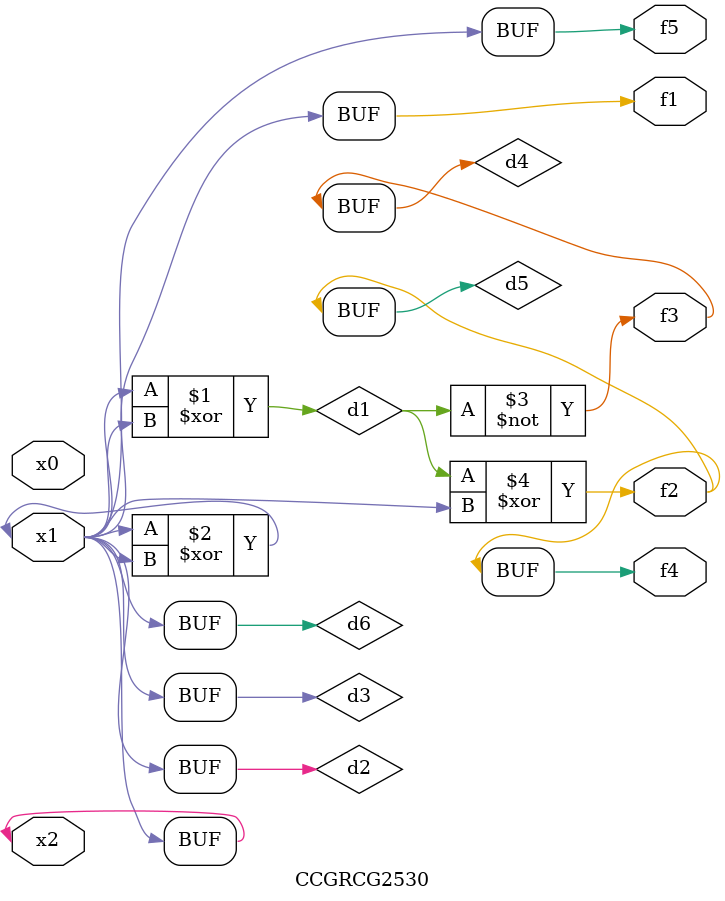
<source format=v>
module CCGRCG2530(
	input x0, x1, x2,
	output f1, f2, f3, f4, f5
);

	wire d1, d2, d3, d4, d5, d6;

	xor (d1, x1, x2);
	buf (d2, x1, x2);
	xor (d3, x1, x2);
	nor (d4, d1);
	xor (d5, d1, d2);
	buf (d6, d2, d3);
	assign f1 = d6;
	assign f2 = d5;
	assign f3 = d4;
	assign f4 = d5;
	assign f5 = d6;
endmodule

</source>
